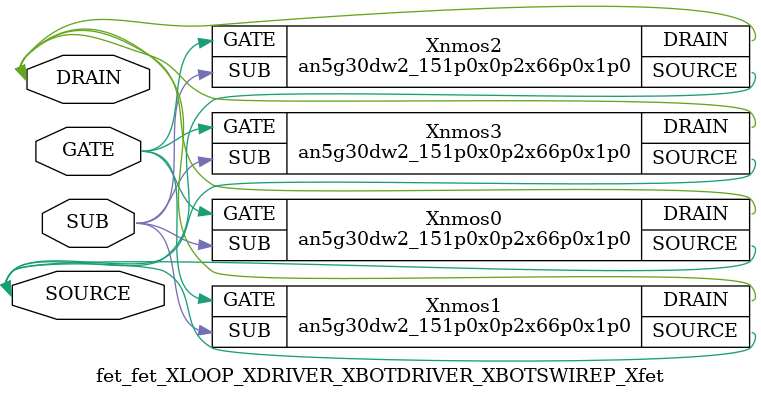
<source format=v>

module an5g30dw2_151p0x0p2x66p0x1p0 (DRAIN,GATE,SOURCE,SUB);
input GATE;
input SUB;
inout SOURCE;
inout DRAIN;
endmodule

//Celera Confidential Do Not Copy fet_fet_XLOOP_XDRIVER_XBOTDRIVER_XBOTSWIREP_Xfet
//Celera Confidential Symbol Generator
//power NMOS:Ron:0.200 Ohm
//Vgs 6V Vds 30V
//Kelvin:no

module fet_fet_XLOOP_XDRIVER_XBOTDRIVER_XBOTSWIREP_Xfet (GATE,SOURCE,DRAIN,SUB);
input GATE;
inout SOURCE;
inout DRAIN;
input SUB;

//Celera Confidential Do Not Copy an5g30dw2_151p0x0p2x66p0x1p0
an5g30dw2_151p0x0p2x66p0x1p0 Xnmos0(
.DRAIN (DRAIN),
.GATE (GATE),
.SOURCE (SOURCE),
.SUB (SUB)
);
//,diesize,an5g30dw2_151p0x0p2x66p0x1p0

//Celera Confidential Do Not Copy an5g30dw2_151p0x0p2x66p0x1p0
an5g30dw2_151p0x0p2x66p0x1p0 Xnmos1(
.DRAIN (DRAIN),
.GATE (GATE),
.SOURCE (SOURCE),
.SUB (SUB)
);
//,diesize,an5g30dw2_151p0x0p2x66p0x1p0

//Celera Confidential Do Not Copy an5g30dw2_151p0x0p2x66p0x1p0
an5g30dw2_151p0x0p2x66p0x1p0 Xnmos2(
.DRAIN (DRAIN),
.GATE (GATE),
.SOURCE (SOURCE),
.SUB (SUB)
);
//,diesize,an5g30dw2_151p0x0p2x66p0x1p0

//Celera Confidential Do Not Copy an5g30dw2_151p0x0p2x66p0x1p0
an5g30dw2_151p0x0p2x66p0x1p0 Xnmos3(
.DRAIN (DRAIN),
.GATE (GATE),
.SOURCE (SOURCE),
.SUB (SUB)
);
//,diesize,an5g30dw2_151p0x0p2x66p0x1p0

//Celera Confidential Do Not Copy Module End
//Celera Schematic Generator
endmodule

</source>
